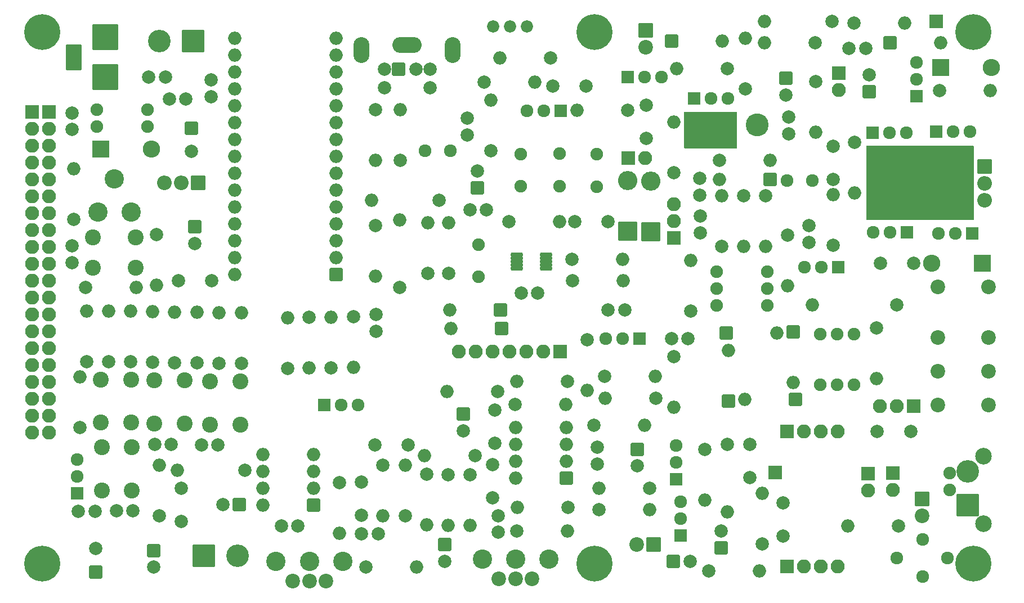
<source format=gbr>
%TF.GenerationSoftware,KiCad,Pcbnew,(6.0.11)*%
%TF.CreationDate,2023-02-14T01:18:06-06:00*%
%TF.ProjectId,RFBitBangerNano,52464269-7442-4616-9e67-65724e616e6f,rev?*%
%TF.SameCoordinates,Original*%
%TF.FileFunction,Soldermask,Top*%
%TF.FilePolarity,Negative*%
%FSLAX46Y46*%
G04 Gerber Fmt 4.6, Leading zero omitted, Abs format (unit mm)*
G04 Created by KiCad (PCBNEW (6.0.11)) date 2023-02-14 01:18:06*
%MOMM*%
%LPD*%
G01*
G04 APERTURE LIST*
G04 Aperture macros list*
%AMRoundRect*
0 Rectangle with rounded corners*
0 $1 Rounding radius*
0 $2 $3 $4 $5 $6 $7 $8 $9 X,Y pos of 4 corners*
0 Add a 4 corners polygon primitive as box body*
4,1,4,$2,$3,$4,$5,$6,$7,$8,$9,$2,$3,0*
0 Add four circle primitives for the rounded corners*
1,1,$1+$1,$2,$3*
1,1,$1+$1,$4,$5*
1,1,$1+$1,$6,$7*
1,1,$1+$1,$8,$9*
0 Add four rect primitives between the rounded corners*
20,1,$1+$1,$2,$3,$4,$5,0*
20,1,$1+$1,$4,$5,$6,$7,0*
20,1,$1+$1,$6,$7,$8,$9,0*
20,1,$1+$1,$8,$9,$2,$3,0*%
G04 Aperture macros list end*
%ADD10RoundRect,0.200000X-0.800000X0.800000X-0.800000X-0.800000X0.800000X-0.800000X0.800000X0.800000X0*%
%ADD11C,2.000000*%
%ADD12RoundRect,0.200000X0.800000X-0.800000X0.800000X0.800000X-0.800000X0.800000X-0.800000X-0.800000X0*%
%ADD13RoundRect,0.200000X0.800000X0.800000X-0.800000X0.800000X-0.800000X-0.800000X0.800000X-0.800000X0*%
%ADD14RoundRect,0.200000X-1.100000X-1.100000X1.100000X-1.100000X1.100000X1.100000X-1.100000X1.100000X0*%
%ADD15O,2.600000X2.600000*%
%ADD16RoundRect,0.200000X0.900000X0.900000X-0.900000X0.900000X-0.900000X-0.900000X0.900000X-0.900000X0*%
%ADD17C,2.200000*%
%ADD18RoundRect,0.200000X1.250000X-1.250000X1.250000X1.250000X-1.250000X1.250000X-1.250000X-1.250000X0*%
%ADD19O,2.900000X2.900000*%
%ADD20RoundRect,0.200000X1.500000X1.500000X-1.500000X1.500000X-1.500000X-1.500000X1.500000X-1.500000X0*%
%ADD21C,3.400000*%
%ADD22RoundRect,0.200000X-1.750000X1.750000X-1.750000X-1.750000X1.750000X-1.750000X1.750000X1.750000X0*%
%ADD23RoundRect,0.200000X-1.000000X1.750000X-1.000000X-1.750000X1.000000X-1.750000X1.000000X1.750000X0*%
%ADD24RoundRect,0.200000X-1.500000X-1.500000X1.500000X-1.500000X1.500000X1.500000X-1.500000X1.500000X0*%
%ADD25O,2.000000X2.000000*%
%ADD26RoundRect,0.200000X0.760000X0.760000X-0.760000X0.760000X-0.760000X-0.760000X0.760000X-0.760000X0*%
%ADD27C,1.920000*%
%ADD28RoundRect,0.200000X-0.760000X0.760000X-0.760000X-0.760000X0.760000X-0.760000X0.760000X0.760000X0*%
%ADD29RoundRect,0.200000X0.760000X-0.760000X0.760000X0.760000X-0.760000X0.760000X-0.760000X-0.760000X0*%
%ADD30C,2.400000*%
%ADD31O,2.200000X2.200000*%
%ADD32C,1.900000*%
%ADD33C,2.900000*%
%ADD34RoundRect,0.200000X-0.850000X-0.850000X0.850000X-0.850000X0.850000X0.850000X-0.850000X0.850000X0*%
%ADD35O,2.100000X2.100000*%
%ADD36RoundRect,0.200000X0.850000X0.850000X-0.850000X0.850000X-0.850000X-0.850000X0.850000X-0.850000X0*%
%ADD37RoundRect,0.200000X-0.700000X-0.150000X0.700000X-0.150000X0.700000X0.150000X-0.700000X0.150000X0*%
%ADD38C,2.500000*%
%ADD39RoundRect,0.200000X1.500000X-1.500000X1.500000X1.500000X-1.500000X1.500000X-1.500000X-1.500000X0*%
%ADD40RoundRect,0.200000X-0.800000X-0.800000X0.800000X-0.800000X0.800000X0.800000X-0.800000X0.800000X0*%
%ADD41C,1.924000*%
%ADD42RoundRect,0.200000X-0.900000X0.900000X-0.900000X-0.900000X0.900000X-0.900000X0.900000X0.900000X0*%
%ADD43RoundRect,0.200000X-0.850000X0.850000X-0.850000X-0.850000X0.850000X-0.850000X0.850000X0.850000X0*%
%ADD44O,2.400000X3.900000*%
%ADD45O,4.400000X2.400000*%
%ADD46C,3.448000*%
%ADD47C,1.840000*%
%ADD48C,5.400000*%
%ADD49RoundRect,0.200000X1.100000X1.100000X-1.100000X1.100000X-1.100000X-1.100000X1.100000X-1.100000X0*%
%ADD50RoundRect,0.200000X0.850000X-0.850000X0.850000X0.850000X-0.850000X0.850000X-0.850000X-0.850000X0*%
G04 APERTURE END LIST*
D10*
%TO.C,C6*%
X68390000Y-89830000D03*
D11*
X68390000Y-92330000D03*
%TD*%
%TO.C,C10*%
X69430000Y-122690000D03*
X71930000Y-122690000D03*
%TD*%
%TO.C,C11*%
X62400000Y-122550000D03*
X64900000Y-122550000D03*
%TD*%
D12*
%TO.C,C12*%
X110890000Y-83960000D03*
D11*
X110890000Y-81460000D03*
%TD*%
%TO.C,C13*%
X112320000Y-87280000D03*
X109820000Y-87280000D03*
%TD*%
D13*
%TO.C,C15*%
X75120000Y-131650000D03*
D11*
X72620000Y-131650000D03*
%TD*%
%TO.C,C16*%
X56630000Y-132600000D03*
X59130000Y-132600000D03*
%TD*%
%TO.C,C17*%
X50930000Y-132660000D03*
X53430000Y-132660000D03*
%TD*%
D10*
%TO.C,C19*%
X62280000Y-138550000D03*
D11*
X62280000Y-141050000D03*
%TD*%
%TO.C,C20*%
X160770000Y-89660000D03*
X160770000Y-92160000D03*
%TD*%
%TO.C,C21*%
X127265000Y-68645000D03*
X122265000Y-68645000D03*
%TD*%
%TO.C,C22*%
X136370000Y-71530000D03*
X136370000Y-76530000D03*
%TD*%
%TO.C,C25*%
X114080000Y-133300000D03*
X114080000Y-135800000D03*
%TD*%
%TO.C,C33*%
X95670000Y-103020000D03*
X95670000Y-105520000D03*
%TD*%
%TO.C,C34*%
X93500000Y-136060000D03*
X96000000Y-136060000D03*
%TD*%
%TO.C,C35*%
X113230000Y-125650000D03*
X113230000Y-130650000D03*
%TD*%
D14*
%TO.C,D1*%
X54260000Y-78100000D03*
D15*
X61880000Y-78100000D03*
%TD*%
D16*
%TO.C,D3*%
X137410000Y-137630000D03*
D17*
X134870000Y-137630000D03*
%TD*%
D18*
%TO.C,D4*%
X133500000Y-90530000D03*
D19*
X133500000Y-82910000D03*
%TD*%
D18*
%TO.C,D5*%
X137000000Y-90550000D03*
D19*
X137000000Y-82930000D03*
%TD*%
D20*
%TO.C,J1*%
X68195000Y-61835000D03*
D21*
X63115000Y-61835000D03*
%TD*%
D22*
%TO.C,J2*%
X54955000Y-67305000D03*
X54955000Y-61305000D03*
D23*
X50255000Y-64305000D03*
%TD*%
D24*
%TO.C,J11*%
X69800000Y-139350000D03*
D21*
X74880000Y-139350000D03*
%TD*%
D11*
%TO.C,L3*%
X105140000Y-85860000D03*
D25*
X94980000Y-85860000D03*
%TD*%
D11*
%TO.C,L9*%
X99210000Y-98960000D03*
D25*
X99210000Y-88800000D03*
%TD*%
D26*
%TO.C,Q1*%
X141500000Y-136300000D03*
D27*
X141500000Y-133760000D03*
X141500000Y-131220000D03*
%TD*%
D28*
%TO.C,Q2*%
X123490000Y-72390000D03*
D27*
X120950000Y-72390000D03*
X118410000Y-72390000D03*
%TD*%
D29*
%TO.C,Q3*%
X170350000Y-75630000D03*
D27*
X172890000Y-75630000D03*
X175430000Y-75630000D03*
%TD*%
D29*
%TO.C,Q4*%
X87884000Y-116692000D03*
D27*
X90424000Y-116692000D03*
X92964000Y-116692000D03*
%TD*%
D30*
%TO.C,SW2*%
X75245000Y-119575000D03*
X75245000Y-113075000D03*
X70745000Y-119575000D03*
X70745000Y-113075000D03*
%TD*%
%TO.C,SW3*%
X58825000Y-119315000D03*
X58825000Y-112815000D03*
X54325000Y-112815000D03*
X54325000Y-119315000D03*
%TD*%
%TO.C,SW4*%
X58945000Y-122985000D03*
X58945000Y-129485000D03*
X54445000Y-129485000D03*
X54445000Y-122985000D03*
%TD*%
%TO.C,SW5*%
X66865000Y-119425000D03*
X66865000Y-112925000D03*
X62365000Y-119425000D03*
X62365000Y-112925000D03*
%TD*%
D16*
%TO.C,U2*%
X68960000Y-83225000D03*
D31*
X66420000Y-83225000D03*
X63880000Y-83225000D03*
%TD*%
D32*
%TO.C,Y2*%
X117420000Y-78870000D03*
X117420000Y-83750000D03*
%TD*%
D11*
%TO.C,C37*%
X81450000Y-134840000D03*
X83950000Y-134840000D03*
%TD*%
D13*
%TO.C,U3*%
X86300000Y-131700000D03*
D25*
X86300000Y-129160000D03*
X86300000Y-126620000D03*
X86300000Y-124080000D03*
X78680000Y-124080000D03*
X78680000Y-126620000D03*
X78680000Y-129160000D03*
X78680000Y-131700000D03*
%TD*%
D13*
%TO.C,U4*%
X124300000Y-127650000D03*
D25*
X124300000Y-125110000D03*
X124300000Y-122570000D03*
X124300000Y-120030000D03*
X116680000Y-120030000D03*
X116680000Y-122570000D03*
X116680000Y-125110000D03*
X116680000Y-127650000D03*
%TD*%
D28*
%TO.C,Q5*%
X185340000Y-90830000D03*
D27*
X182800000Y-90830000D03*
X180260000Y-90830000D03*
%TD*%
D28*
%TO.C,Q6*%
X175560000Y-90680000D03*
D27*
X173020000Y-90680000D03*
X170480000Y-90680000D03*
%TD*%
D29*
%TO.C,Q7*%
X179960000Y-75520000D03*
D27*
X182500000Y-75520000D03*
X185040000Y-75520000D03*
%TD*%
D10*
%TO.C,C14*%
X157360000Y-67480000D03*
D11*
X157360000Y-69980000D03*
%TD*%
D33*
%TO.C,RV3*%
X53840000Y-87625000D03*
X56340000Y-82585000D03*
X58840000Y-87625000D03*
%TD*%
D11*
%TO.C,C42*%
X49990000Y-75190000D03*
X49990000Y-72690000D03*
%TD*%
%TO.C,R2*%
X52020000Y-98940000D03*
D25*
X59640000Y-98940000D03*
%TD*%
D11*
%TO.C,R3*%
X65410000Y-110260000D03*
D25*
X65410000Y-102640000D03*
%TD*%
D11*
%TO.C,R4*%
X116860000Y-135600000D03*
D25*
X124480000Y-135600000D03*
%TD*%
D11*
%TO.C,R6*%
X75430000Y-110410000D03*
D25*
X75430000Y-102790000D03*
%TD*%
D11*
%TO.C,R7*%
X95610000Y-89600000D03*
D25*
X95610000Y-97220000D03*
%TD*%
D11*
%TO.C,R8*%
X148530000Y-66020000D03*
D25*
X140910000Y-66020000D03*
%TD*%
D11*
%TO.C,R9*%
X115710000Y-89080000D03*
D25*
X123330000Y-89080000D03*
%TD*%
D11*
%TO.C,R11*%
X63060000Y-133350000D03*
D25*
X63060000Y-125730000D03*
%TD*%
D11*
%TO.C,R12*%
X62080000Y-110240000D03*
D25*
X62080000Y-102620000D03*
%TD*%
D11*
%TO.C,R13*%
X55470000Y-110170000D03*
D25*
X55470000Y-102550000D03*
%TD*%
D11*
%TO.C,R14*%
X151260000Y-69090000D03*
D25*
X151260000Y-61470000D03*
%TD*%
D11*
%TO.C,R15*%
X112930000Y-78400000D03*
D25*
X112930000Y-70780000D03*
%TD*%
D11*
%TO.C,R16*%
X111980000Y-68060000D03*
D25*
X119600000Y-68060000D03*
%TD*%
D11*
%TO.C,R17*%
X133530000Y-72250000D03*
D25*
X125910000Y-72250000D03*
%TD*%
D11*
%TO.C,R18*%
X124500000Y-113130000D03*
D25*
X116880000Y-113130000D03*
%TD*%
D11*
%TO.C,R19*%
X113990000Y-114630000D03*
D25*
X106370000Y-114630000D03*
%TD*%
D11*
%TO.C,R20*%
X147690000Y-92760000D03*
D25*
X147690000Y-85140000D03*
%TD*%
D11*
%TO.C,R21*%
X153770000Y-137580000D03*
D25*
X153770000Y-129960000D03*
%TD*%
D11*
%TO.C,R23*%
X109840000Y-127140000D03*
D25*
X109840000Y-134760000D03*
%TD*%
D11*
%TO.C,R26*%
X110570000Y-124240000D03*
D25*
X102950000Y-124240000D03*
%TD*%
D11*
%TO.C,R27*%
X106510000Y-127150000D03*
D25*
X106510000Y-134770000D03*
%TD*%
D11*
%TO.C,R29*%
X72080000Y-110410000D03*
D25*
X72080000Y-102790000D03*
%TD*%
D11*
%TO.C,R30*%
X88880000Y-111020000D03*
D25*
X88880000Y-103400000D03*
%TD*%
D11*
%TO.C,R31*%
X90220000Y-128320000D03*
D25*
X90220000Y-135940000D03*
%TD*%
D11*
%TO.C,R32*%
X100090000Y-133350000D03*
D25*
X100090000Y-125730000D03*
%TD*%
D11*
%TO.C,R33*%
X68730000Y-110290000D03*
D25*
X68730000Y-102670000D03*
%TD*%
D11*
%TO.C,R34*%
X96740000Y-125690000D03*
D25*
X96740000Y-133310000D03*
%TD*%
D11*
%TO.C,R36*%
X103270000Y-127100000D03*
D25*
X103270000Y-134720000D03*
%TD*%
D11*
%TO.C,R37*%
X94160000Y-141010000D03*
D25*
X101780000Y-141010000D03*
%TD*%
D11*
%TO.C,R46*%
X52130000Y-110140000D03*
D25*
X52130000Y-102520000D03*
%TD*%
D11*
%TO.C,R47*%
X58800000Y-110130000D03*
D25*
X58800000Y-102510000D03*
%TD*%
D11*
%TO.C,R24*%
X92290000Y-103360000D03*
D25*
X92290000Y-110980000D03*
%TD*%
D11*
%TO.C,C44*%
X67110000Y-70570000D03*
X64610000Y-70570000D03*
%TD*%
D34*
%TO.C,JP4*%
X169660000Y-126990000D03*
D35*
X169660000Y-129530000D03*
%TD*%
D11*
%TO.C,C47*%
X120010000Y-99770000D03*
X117510000Y-99770000D03*
%TD*%
D13*
%TO.C,D10*%
X114440000Y-102370000D03*
D25*
X106820000Y-102370000D03*
%TD*%
D13*
%TO.C,D14*%
X114530000Y-105110000D03*
D25*
X106910000Y-105110000D03*
%TD*%
D36*
%TO.C,JP5*%
X140475000Y-91525000D03*
D35*
X140475000Y-88985000D03*
X140475000Y-86445000D03*
%TD*%
D11*
%TO.C,R35*%
X106600000Y-96850000D03*
D25*
X106600000Y-89230000D03*
%TD*%
D11*
%TO.C,R48*%
X103440000Y-96850000D03*
D25*
X103440000Y-89230000D03*
%TD*%
D11*
%TO.C,R49*%
X125120000Y-94680000D03*
D25*
X132740000Y-94680000D03*
%TD*%
D11*
%TO.C,R50*%
X125200000Y-97920000D03*
D25*
X132820000Y-97920000D03*
%TD*%
D37*
%TO.C,U6*%
X116830000Y-94040000D03*
X116830000Y-94540000D03*
X116830000Y-95040000D03*
X116830000Y-95540000D03*
X116830000Y-96040000D03*
X121230000Y-96040000D03*
X121230000Y-95540000D03*
X121230000Y-95040000D03*
X121230000Y-94540000D03*
X121230000Y-94040000D03*
%TD*%
D32*
%TO.C,Y3*%
X111060000Y-92480000D03*
X111060000Y-97360000D03*
%TD*%
D38*
%TO.C,J12*%
X187025000Y-134505000D03*
X187025000Y-124345000D03*
D32*
X181945000Y-129425000D03*
D39*
X184673000Y-131711000D03*
D32*
X181945000Y-126885000D03*
D21*
X184673000Y-126631000D03*
%TD*%
D17*
%TO.C,RLY1*%
X187775000Y-98845000D03*
X187775000Y-106465000D03*
X187775000Y-111545000D03*
X187775000Y-116625000D03*
X180175000Y-98845000D03*
X180175000Y-106465000D03*
X180175000Y-111545000D03*
X180175000Y-116625000D03*
%TD*%
D11*
%TO.C,C30*%
X140130000Y-106640000D03*
X142630000Y-106640000D03*
%TD*%
D10*
%TO.C,D9*%
X158450000Y-105625000D03*
D25*
X158450000Y-113245000D03*
%TD*%
D40*
%TO.C,D11*%
X148325000Y-105800000D03*
D25*
X155945000Y-105800000D03*
%TD*%
D13*
%TO.C,D12*%
X158800000Y-115775000D03*
D25*
X151180000Y-115775000D03*
%TD*%
D12*
%TO.C,D13*%
X148675000Y-116050000D03*
D25*
X148675000Y-108430000D03*
%TD*%
D11*
%TO.C,R5*%
X140470000Y-109350000D03*
D25*
X140470000Y-116970000D03*
%TD*%
D11*
%TO.C,R22*%
X145740000Y-141600000D03*
D25*
X153360000Y-141600000D03*
%TD*%
D11*
%TO.C,R25*%
X170920000Y-105050000D03*
D25*
X170920000Y-112670000D03*
%TD*%
D12*
%TO.C,C36*%
X169875000Y-69455000D03*
D11*
X169875000Y-66955000D03*
%TD*%
D29*
%TO.C,Q8*%
X143530000Y-70490000D03*
D27*
X146070000Y-70490000D03*
X148610000Y-70490000D03*
%TD*%
D11*
%TO.C,R38*%
X167585000Y-59145000D03*
D25*
X175205000Y-59145000D03*
%TD*%
D11*
%TO.C,R39*%
X180435000Y-69295000D03*
D25*
X188055000Y-69295000D03*
%TD*%
D34*
%TO.C,JP1*%
X165265000Y-66695000D03*
D35*
X165265000Y-69235000D03*
%TD*%
D10*
%TO.C,C39*%
X105990000Y-137650000D03*
D11*
X105990000Y-140150000D03*
%TD*%
D10*
%TO.C,C40*%
X108850000Y-118040000D03*
D11*
X108850000Y-120540000D03*
%TD*%
D34*
%TO.C,JP2*%
X173430000Y-126910000D03*
D35*
X173430000Y-129450000D03*
%TD*%
D41*
%TO.C,T3*%
X174000000Y-139700000D03*
X181620000Y-139700000D03*
X177873500Y-142494000D03*
X177873500Y-136906000D03*
%TD*%
D42*
%TO.C,D16*%
X177810000Y-130820000D03*
D17*
X177810000Y-133360000D03*
%TD*%
D11*
%TO.C,R28*%
X174230000Y-134840000D03*
D25*
X166610000Y-134840000D03*
%TD*%
D13*
%TO.C,D17*%
X154960000Y-82730000D03*
D25*
X147340000Y-82730000D03*
%TD*%
D28*
%TO.C,Q9*%
X165240000Y-95940000D03*
D27*
X162700000Y-95940000D03*
X160160000Y-95940000D03*
%TD*%
D11*
%TO.C,C46*%
X109440000Y-73480000D03*
X109440000Y-75980000D03*
%TD*%
%TO.C,R51*%
X164440000Y-92580000D03*
D25*
X164440000Y-84960000D03*
%TD*%
D11*
%TO.C,R52*%
X150960000Y-85130000D03*
D25*
X150960000Y-92750000D03*
%TD*%
D11*
%TO.C,C24*%
X157780000Y-73340000D03*
X157780000Y-75840000D03*
%TD*%
%TO.C,R53*%
X154260000Y-85130000D03*
D25*
X154260000Y-92750000D03*
%TD*%
D12*
%TO.C,C49*%
X147630000Y-138140000D03*
D11*
X147630000Y-135640000D03*
%TD*%
D40*
%TO.C,C50*%
X140400000Y-140200000D03*
D11*
X142900000Y-140200000D03*
%TD*%
%TO.C,C51*%
X144420000Y-88230000D03*
X144420000Y-90730000D03*
%TD*%
D10*
%TO.C,C52*%
X134990000Y-123330000D03*
D11*
X134990000Y-125830000D03*
%TD*%
%TO.C,C54*%
X128930000Y-125500000D03*
X128930000Y-123000000D03*
%TD*%
%TO.C,C55*%
X133080000Y-102340000D03*
X130580000Y-102340000D03*
%TD*%
%TO.C,C56*%
X144370000Y-82530000D03*
X144370000Y-85030000D03*
%TD*%
D43*
%TO.C,JP7*%
X176560000Y-116780000D03*
D35*
X174020000Y-116780000D03*
X171480000Y-116780000D03*
%TD*%
D11*
%TO.C,L5*%
X148500000Y-122540000D03*
D25*
X148500000Y-132700000D03*
%TD*%
D28*
%TO.C,Q10*%
X135300000Y-106675000D03*
D27*
X132760000Y-106675000D03*
X130220000Y-106675000D03*
%TD*%
D26*
%TO.C,Q11*%
X140800000Y-127800000D03*
D27*
X140800000Y-125260000D03*
X140800000Y-122720000D03*
%TD*%
D29*
%TO.C,Q12*%
X133550000Y-67310000D03*
D27*
X136090000Y-67310000D03*
X138630000Y-67310000D03*
%TD*%
D26*
%TO.C,Q13*%
X176995000Y-70155000D03*
D27*
X176995000Y-67615000D03*
X176995000Y-65075000D03*
%TD*%
D11*
%TO.C,R54*%
X143000000Y-102500000D03*
D25*
X143000000Y-94880000D03*
%TD*%
D11*
%TO.C,R55*%
X127460000Y-106870000D03*
D25*
X127460000Y-114490000D03*
%TD*%
D11*
%TO.C,R56*%
X137730000Y-115670000D03*
D25*
X130110000Y-115670000D03*
%TD*%
D11*
%TO.C,R57*%
X145120000Y-123330000D03*
D25*
X145120000Y-130950000D03*
%TD*%
D11*
%TO.C,R58*%
X129190000Y-132440000D03*
D25*
X136810000Y-132440000D03*
%TD*%
D11*
%TO.C,R59*%
X130070000Y-112320000D03*
D25*
X137690000Y-112320000D03*
%TD*%
D11*
%TO.C,R60*%
X136820000Y-129170000D03*
D25*
X129200000Y-129170000D03*
%TD*%
D11*
%TO.C,R61*%
X128440000Y-119670000D03*
D25*
X136060000Y-119670000D03*
%TD*%
D11*
%TO.C,R62*%
X116575000Y-116600000D03*
D25*
X124195000Y-116600000D03*
%TD*%
D11*
%TO.C,R63*%
X124570000Y-132100000D03*
D25*
X116950000Y-132100000D03*
%TD*%
D11*
%TO.C,R65*%
X121920000Y-64370000D03*
D25*
X114300000Y-64370000D03*
%TD*%
D11*
%TO.C,R66*%
X157580000Y-91090000D03*
D25*
X157580000Y-98710000D03*
%TD*%
D11*
%TO.C,R67*%
X147330000Y-79800000D03*
D25*
X154950000Y-79800000D03*
%TD*%
D11*
%TO.C,R68*%
X140455000Y-81645000D03*
D25*
X140455000Y-74025000D03*
%TD*%
D32*
%TO.C,Y4*%
X123250000Y-78830000D03*
X123250000Y-83710000D03*
%TD*%
D13*
%TO.C,P1*%
X99075000Y-66075000D03*
D11*
X101675000Y-66075000D03*
X96975000Y-66075000D03*
X103775000Y-66075000D03*
X96975000Y-68875000D03*
X103775000Y-68875000D03*
D44*
X93525000Y-63225000D03*
X107225000Y-63225000D03*
D45*
X100375000Y-62425000D03*
%TD*%
D11*
%TO.C,R64*%
X95570000Y-72240000D03*
D25*
X95570000Y-79860000D03*
%TD*%
D11*
%TO.C,R70*%
X99300000Y-79840000D03*
D25*
X99300000Y-72220000D03*
%TD*%
D11*
%TO.C,C43*%
X156930000Y-131410000D03*
X156930000Y-136410000D03*
%TD*%
D46*
%TO.C,J8*%
X153000000Y-74500000D03*
%TD*%
%TO.C,J13*%
X177600000Y-83200000D03*
%TD*%
D42*
%TO.C,D19*%
X136260000Y-60290000D03*
D17*
X136260000Y-62830000D03*
%TD*%
D11*
%TO.C,R71*%
X161740000Y-62140000D03*
D25*
X154120000Y-62140000D03*
%TD*%
D11*
%TO.C,C32*%
X176560000Y-95330000D03*
X171560000Y-95330000D03*
%TD*%
D26*
%TO.C,Q14*%
X50720000Y-129920000D03*
D27*
X50720000Y-127380000D03*
X50720000Y-124840000D03*
%TD*%
D11*
%TO.C,R72*%
X51165000Y-120055000D03*
D25*
X51165000Y-112435000D03*
%TD*%
D11*
%TO.C,C38*%
X166835000Y-63005000D03*
X169335000Y-63005000D03*
%TD*%
%TO.C,R73*%
X161810000Y-67930000D03*
D25*
X161810000Y-75550000D03*
%TD*%
D47*
%TO.C,RV4*%
X113320000Y-59680000D03*
X115860000Y-59680000D03*
X118400000Y-59680000D03*
%TD*%
D11*
%TO.C,R74*%
X167640000Y-77110000D03*
D25*
X167640000Y-84730000D03*
%TD*%
D11*
%TO.C,L11*%
X164290000Y-58870000D03*
D25*
X154130000Y-58870000D03*
%TD*%
D48*
%TO.C,J3*%
X45500000Y-60500000D03*
%TD*%
%TO.C,J4*%
X185500000Y-60500000D03*
%TD*%
%TO.C,J6*%
X185500000Y-140500000D03*
%TD*%
%TO.C,J7*%
X45500000Y-140500000D03*
%TD*%
D11*
%TO.C,C41*%
X66370000Y-129190000D03*
X66370000Y-134190000D03*
%TD*%
%TO.C,C58*%
X63985000Y-67305000D03*
X61485000Y-67305000D03*
%TD*%
D32*
%TO.C,T4*%
X53690000Y-72230000D03*
X61310000Y-72230000D03*
X53690000Y-74770000D03*
X61310000Y-74770000D03*
%TD*%
%TO.C,Y5*%
X128890000Y-78910000D03*
X128890000Y-83790000D03*
%TD*%
D11*
%TO.C,C27*%
X151940000Y-127560000D03*
X151940000Y-122560000D03*
%TD*%
D49*
%TO.C,D6*%
X186880000Y-95330000D03*
D15*
X179260000Y-95330000D03*
%TD*%
D11*
%TO.C,R76*%
X82370000Y-111110000D03*
D25*
X82370000Y-103490000D03*
%TD*%
D11*
%TO.C,R41*%
X173990000Y-101600000D03*
D25*
X161290000Y-101600000D03*
%TD*%
D11*
%TO.C,C7*%
X65930000Y-97970000D03*
X70930000Y-97970000D03*
%TD*%
%TO.C,L10*%
X76000000Y-126490000D03*
D25*
X65840000Y-126490000D03*
%TD*%
D34*
%TO.C,J15*%
X155710000Y-126800000D03*
%TD*%
%TO.C,J16*%
X179900000Y-58900000D03*
%TD*%
D10*
%TO.C,C3*%
X67960000Y-74980000D03*
D11*
X67960000Y-78480000D03*
%TD*%
D41*
%TO.C,L4*%
X103035000Y-78340000D03*
X106845000Y-78340000D03*
%TD*%
%TO.C,L6*%
X157525000Y-82900000D03*
X161335000Y-82900000D03*
%TD*%
D32*
%TO.C,T1*%
X154545000Y-96565000D03*
X146925000Y-96565000D03*
X154545000Y-99105000D03*
X146925000Y-99105000D03*
X154545000Y-101645000D03*
X146925000Y-101645000D03*
%TD*%
%TO.C,T2*%
X167560000Y-113580000D03*
X167560000Y-105960000D03*
X165020000Y-113580000D03*
X165020000Y-105960000D03*
X162480000Y-113580000D03*
X162480000Y-105960000D03*
%TD*%
D42*
%TO.C,Q15*%
X187210000Y-80770000D03*
D31*
X187210000Y-83310000D03*
X187210000Y-85850000D03*
%TD*%
D11*
%TO.C,C57*%
X70910000Y-67720000D03*
X70910000Y-70220000D03*
%TD*%
%TO.C,C45*%
X113580000Y-117380000D03*
X113580000Y-122380000D03*
%TD*%
%TO.C,C18*%
X95510000Y-122690000D03*
X100510000Y-122690000D03*
%TD*%
%TO.C,C60*%
X93460000Y-133270000D03*
X93460000Y-128270000D03*
%TD*%
%TO.C,R10*%
X85630000Y-103400000D03*
D25*
X85630000Y-111020000D03*
%TD*%
D50*
%TO.C,JP8*%
X133660000Y-79450000D03*
D35*
X136200000Y-79450000D03*
%TD*%
D48*
%TO.C,J20*%
X128500000Y-60500000D03*
%TD*%
%TO.C,J21*%
X128500000Y-140500000D03*
%TD*%
D40*
%TO.C,D15*%
X172975000Y-62105000D03*
D25*
X180595000Y-62105000D03*
%TD*%
D40*
%TO.C,D18*%
X140170000Y-61850000D03*
D25*
X147790000Y-61850000D03*
%TD*%
D17*
%TO.C,RV1*%
X88160000Y-143190000D03*
D33*
X90660000Y-140190000D03*
D17*
X85660000Y-143190000D03*
D33*
X85660000Y-140190000D03*
D17*
X83160000Y-143190000D03*
D33*
X80660000Y-140190000D03*
%TD*%
%TO.C,RV2*%
X121660000Y-139840000D03*
D17*
X119160000Y-142840000D03*
D33*
X116660000Y-139840000D03*
D17*
X116660000Y-142840000D03*
X114160000Y-142840000D03*
D33*
X111660000Y-139840000D03*
%TD*%
D34*
%TO.C,U5*%
X46500000Y-72500000D03*
D35*
X46500000Y-75040000D03*
X46500000Y-77580000D03*
X46500000Y-80120000D03*
X46500000Y-82660000D03*
X46500000Y-85200000D03*
X46500000Y-87740000D03*
X46500000Y-90280000D03*
X46500000Y-92820000D03*
X46500000Y-95360000D03*
X46500000Y-97900000D03*
X46500000Y-100440000D03*
X46500000Y-102980000D03*
X46500000Y-105520000D03*
X46500000Y-108060000D03*
X46500000Y-110600000D03*
X46500000Y-113140000D03*
X46500000Y-115680000D03*
X46500000Y-118220000D03*
X46500000Y-120760000D03*
%TD*%
D11*
%TO.C,C48*%
X125600000Y-89060000D03*
X130600000Y-89060000D03*
%TD*%
D14*
%TO.C,D8*%
X180605000Y-65885000D03*
D15*
X188225000Y-65885000D03*
%TD*%
D43*
%TO.C,J10*%
X123380000Y-108630000D03*
D35*
X120840000Y-108630000D03*
X118300000Y-108630000D03*
X115760000Y-108630000D03*
X113220000Y-108630000D03*
X110680000Y-108630000D03*
X108140000Y-108630000D03*
%TD*%
D11*
%TO.C,C61*%
X49960000Y-95210000D03*
X49960000Y-92710000D03*
%TD*%
%TO.C,R40*%
X50230000Y-88680000D03*
D25*
X50230000Y-81060000D03*
%TD*%
D11*
%TO.C,R75*%
X62650000Y-90990000D03*
D25*
X62650000Y-98610000D03*
%TD*%
D30*
%TO.C,SW6*%
X53070000Y-91450000D03*
X59570000Y-91450000D03*
X59570000Y-95950000D03*
X53070000Y-95950000D03*
%TD*%
D12*
%TO.C,C53*%
X53560000Y-141770000D03*
D11*
X53560000Y-138270000D03*
%TD*%
D34*
%TO.C,J19*%
X43960000Y-72500000D03*
D35*
X43960000Y-75040000D03*
X43960000Y-77580000D03*
X43960000Y-80120000D03*
X43960000Y-82660000D03*
X43960000Y-85200000D03*
X43960000Y-87740000D03*
X43960000Y-90280000D03*
X43960000Y-92820000D03*
X43960000Y-95360000D03*
X43960000Y-97900000D03*
X43960000Y-100440000D03*
X43960000Y-102980000D03*
X43960000Y-105520000D03*
X43960000Y-108060000D03*
X43960000Y-110600000D03*
X43960000Y-113140000D03*
X43960000Y-115680000D03*
X43960000Y-118220000D03*
X43960000Y-120760000D03*
%TD*%
D50*
%TO.C,J17*%
X157480000Y-120650000D03*
D35*
X160020000Y-120650000D03*
X162560000Y-120650000D03*
X165100000Y-120650000D03*
%TD*%
D50*
%TO.C,J18*%
X157480000Y-140970000D03*
D35*
X160020000Y-140970000D03*
X162560000Y-140970000D03*
X165100000Y-140970000D03*
%TD*%
D11*
%TO.C,C26*%
X176080000Y-120620000D03*
X171080000Y-120620000D03*
%TD*%
%TO.C,C23*%
X164400000Y-82680000D03*
X164400000Y-77680000D03*
%TD*%
D13*
%TO.C,A1*%
X89640000Y-96990000D03*
D25*
X89640000Y-94450000D03*
X89640000Y-91910000D03*
X89640000Y-89370000D03*
X89640000Y-86830000D03*
X89640000Y-84290000D03*
X89640000Y-81750000D03*
X89640000Y-79210000D03*
X89640000Y-76670000D03*
X89640000Y-74130000D03*
X89640000Y-71590000D03*
X89640000Y-69050000D03*
X89640000Y-66510000D03*
X89640000Y-63970000D03*
X89640000Y-61430000D03*
X74400000Y-61430000D03*
X74400000Y-63970000D03*
X74400000Y-66510000D03*
X74400000Y-69050000D03*
X74400000Y-71590000D03*
X74400000Y-74130000D03*
X74400000Y-76670000D03*
X74400000Y-79210000D03*
X74400000Y-81750000D03*
X74400000Y-84290000D03*
X74400000Y-86830000D03*
X74400000Y-89370000D03*
X74400000Y-91910000D03*
X74400000Y-94450000D03*
X74400000Y-96990000D03*
%TD*%
G36*
X149942121Y-72520002D02*
G01*
X149988614Y-72573658D01*
X150000000Y-72626000D01*
X150000000Y-77874000D01*
X149979998Y-77942121D01*
X149926342Y-77988614D01*
X149874000Y-78000000D01*
X142126000Y-78000000D01*
X142057879Y-77979998D01*
X142011386Y-77926342D01*
X142000000Y-77874000D01*
X142000000Y-72626000D01*
X142020002Y-72557879D01*
X142073658Y-72511386D01*
X142126000Y-72500000D01*
X149874000Y-72500000D01*
X149942121Y-72520002D01*
G37*
G36*
X185542121Y-77620002D02*
G01*
X185588614Y-77673658D01*
X185600000Y-77726000D01*
X185600000Y-88674000D01*
X185579998Y-88742121D01*
X185526342Y-88788614D01*
X185474000Y-88800000D01*
X169526000Y-88800000D01*
X169457879Y-88779998D01*
X169411386Y-88726342D01*
X169400000Y-88674000D01*
X169400000Y-77726000D01*
X169420002Y-77657879D01*
X169473658Y-77611386D01*
X169526000Y-77600000D01*
X185474000Y-77600000D01*
X185542121Y-77620002D01*
G37*
M02*

</source>
